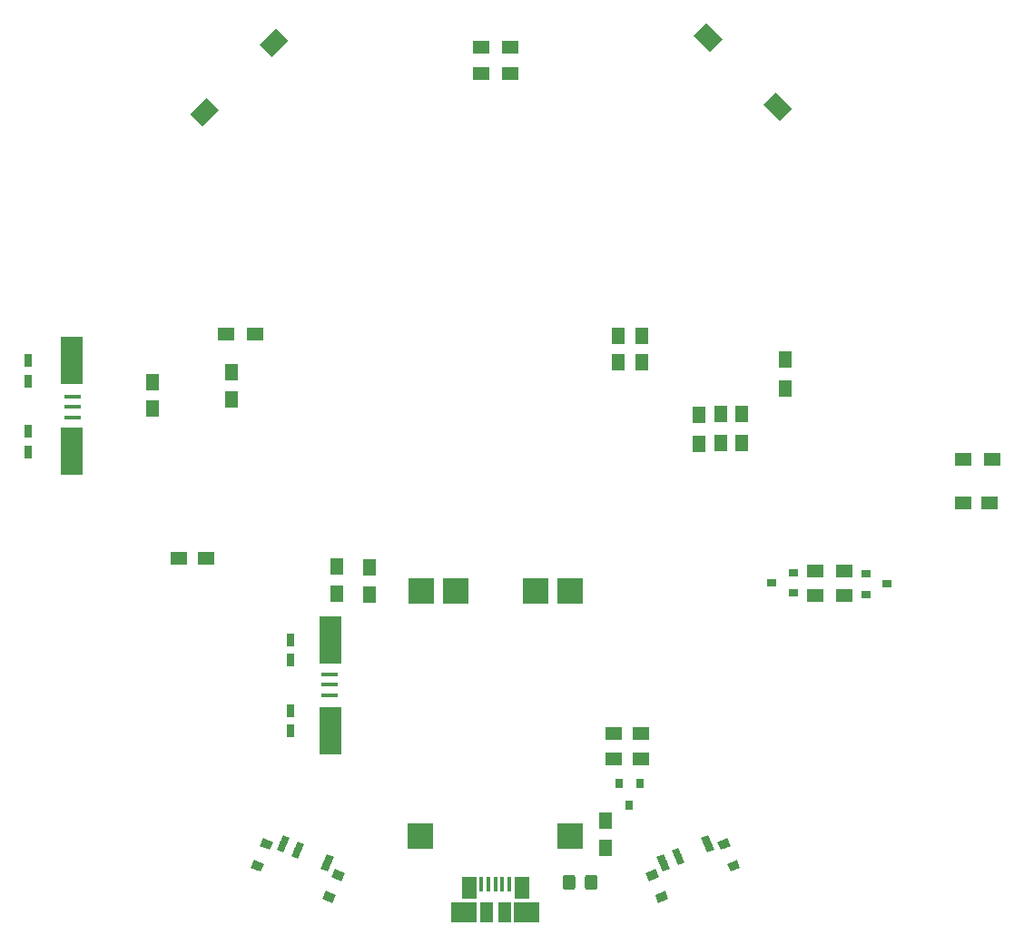
<source format=gbp>
G04 #@! TF.GenerationSoftware,KiCad,Pcbnew,(5.0.0)*
G04 #@! TF.CreationDate,2018-09-08T19:21:57+02:00*
G04 #@! TF.ProjectId,hal9k-badge,68616C396B2D62616467652E6B696361,rev?*
G04 #@! TF.SameCoordinates,PX5f5e100PY8f0d180*
G04 #@! TF.FileFunction,Paste,Bot*
G04 #@! TF.FilePolarity,Positive*
%FSLAX46Y46*%
G04 Gerber Fmt 4.6, Leading zero omitted, Abs format (unit mm)*
G04 Created by KiCad (PCBNEW (5.0.0)) date 09/08/18 19:21:57*
%MOMM*%
%LPD*%
G01*
G04 APERTURE LIST*
%ADD10C,0.800000*%
%ADD11C,0.100000*%
%ADD12C,0.700000*%
%ADD13R,1.250000X1.500000*%
%ADD14R,1.500000X1.250000*%
%ADD15R,0.750000X1.200000*%
%ADD16R,2.400000X2.400000*%
%ADD17R,1.300000X1.500000*%
%ADD18R,1.500000X1.300000*%
%ADD19C,1.600000*%
%ADD20R,0.800000X0.900000*%
%ADD21R,1.600000X0.300000*%
%ADD22C,1.150000*%
%ADD23R,0.450000X1.380000*%
%ADD24R,1.475000X2.100000*%
%ADD25R,2.375000X1.900000*%
%ADD26R,1.175000X1.900000*%
%ADD27R,2.000000X4.500000*%
%ADD28R,0.900000X0.800000*%
G04 APERTURE END LIST*
D10*
G04 #@! TO.C,S4*
X35358294Y5259873D03*
D11*
G36*
X35976324Y5427322D02*
X35657324Y4693674D01*
X34740264Y5092424D01*
X35059264Y5826072D01*
X35976324Y5427322D01*
X35976324Y5427322D01*
G37*
D10*
X28663755Y8170741D03*
D11*
G36*
X29281785Y8338190D02*
X28962785Y7604542D01*
X28045725Y8003292D01*
X28364725Y8736940D01*
X29281785Y8338190D01*
X29281785Y8338190D01*
G37*
D10*
X27782520Y6144038D03*
D11*
G36*
X28400550Y6311487D02*
X28081550Y5577839D01*
X27164490Y5976589D01*
X27483490Y6710237D01*
X28400550Y6311487D01*
X28400550Y6311487D01*
G37*
D10*
X34477058Y3233170D03*
D11*
G36*
X35095088Y3400619D02*
X34776088Y2666971D01*
X33859028Y3065721D01*
X34178028Y3799369D01*
X35095088Y3400619D01*
X35095088Y3400619D01*
G37*
D12*
X30206826Y8208581D03*
D11*
G36*
X30826859Y8756814D02*
X30228735Y7381224D01*
X29586793Y7660348D01*
X30184917Y9035938D01*
X30826859Y8756814D01*
X30826859Y8756814D01*
G37*
D12*
X31582416Y7610458D03*
D11*
G36*
X32202449Y8158691D02*
X31604325Y6783101D01*
X30962383Y7062225D01*
X31560507Y8437815D01*
X32202449Y8158691D01*
X32202449Y8158691D01*
G37*
D12*
X34333595Y6414211D03*
D11*
G36*
X34953628Y6962444D02*
X34355504Y5586854D01*
X33713562Y5865978D01*
X34311686Y7241568D01*
X34953628Y6962444D01*
X34953628Y6962444D01*
G37*
G04 #@! TD*
D13*
G04 #@! TO.C,C1*
X63700000Y55590000D03*
X63700000Y53090000D03*
G04 #@! TD*
G04 #@! TO.C,C2*
X61460000Y55590000D03*
X61460000Y53090000D03*
G04 #@! TD*
G04 #@! TO.C,C3*
X60300000Y7850000D03*
X60300000Y10350000D03*
G04 #@! TD*
D14*
G04 #@! TO.C,C4*
X61050000Y16100000D03*
X63550000Y16100000D03*
G04 #@! TD*
G04 #@! TO.C,C5*
X96090000Y39960000D03*
X93590000Y39960000D03*
G04 #@! TD*
D13*
G04 #@! TO.C,C6*
X35240000Y34020000D03*
X35240000Y31520000D03*
G04 #@! TD*
G04 #@! TO.C,C7*
X18000000Y51250000D03*
X18000000Y48750000D03*
G04 #@! TD*
G04 #@! TO.C,C8*
X38250000Y31440000D03*
X38250000Y33940000D03*
G04 #@! TD*
G04 #@! TO.C,C9*
X25400000Y49650000D03*
X25400000Y52150000D03*
G04 #@! TD*
D14*
G04 #@! TO.C,C10*
X23020000Y34820000D03*
X20520000Y34820000D03*
G04 #@! TD*
G04 #@! TO.C,C11*
X61050000Y18500000D03*
X63550000Y18500000D03*
G04 #@! TD*
D15*
G04 #@! TO.C,C37*
X30900000Y27200000D03*
X30900000Y25300000D03*
G04 #@! TD*
G04 #@! TO.C,C38*
X30900000Y20600000D03*
X30900000Y18700000D03*
G04 #@! TD*
G04 #@! TO.C,C39*
X6460000Y53270000D03*
X6460000Y51370000D03*
G04 #@! TD*
G04 #@! TO.C,C40*
X6450000Y46650000D03*
X6450000Y44750000D03*
G04 #@! TD*
D16*
G04 #@! TO.C,M1*
X56980000Y8950000D03*
X43010000Y8950000D03*
X43080000Y31750000D03*
X46280000Y31750000D03*
X53780000Y31750000D03*
X56980000Y31750000D03*
G04 #@! TD*
D17*
G04 #@! TO.C,R1*
X77000000Y50650000D03*
X77000000Y53350000D03*
G04 #@! TD*
G04 #@! TO.C,R2*
X72960000Y45570000D03*
X72960000Y48270000D03*
G04 #@! TD*
G04 #@! TO.C,R3*
X71000000Y48250000D03*
X71000000Y45550000D03*
G04 #@! TD*
G04 #@! TO.C,R4*
X69010000Y45490000D03*
X69010000Y48190000D03*
G04 #@! TD*
D18*
G04 #@! TO.C,R5*
X82530000Y31330000D03*
X79830000Y31330000D03*
G04 #@! TD*
G04 #@! TO.C,R6*
X82550000Y33660000D03*
X79850000Y33660000D03*
G04 #@! TD*
G04 #@! TO.C,R9*
X93620000Y44030000D03*
X96320000Y44030000D03*
G04 #@! TD*
G04 #@! TO.C,R10*
X27610000Y55760000D03*
X24910000Y55760000D03*
G04 #@! TD*
G04 #@! TO.C,R13*
X51350000Y82500000D03*
X48650000Y82500000D03*
G04 #@! TD*
G04 #@! TO.C,R14*
X48650000Y80000000D03*
X51350000Y80000000D03*
G04 #@! TD*
D19*
G04 #@! TO.C,S1*
X76335620Y76924380D03*
D11*
G36*
X74999188Y77129441D02*
X76130559Y78260812D01*
X77672052Y76719319D01*
X76540681Y75587948D01*
X74999188Y77129441D01*
X74999188Y77129441D01*
G37*
D19*
X69844380Y83415620D03*
D11*
G36*
X68507948Y83620681D02*
X69639319Y84752052D01*
X71180812Y83210559D01*
X70049441Y82079188D01*
X68507948Y83620681D01*
X68507948Y83620681D01*
G37*
G04 #@! TD*
D12*
G04 #@! TO.C,S2*
X69793174Y8208581D03*
D11*
G36*
X69815083Y9035938D02*
X70413207Y7660348D01*
X69771265Y7381224D01*
X69173141Y8756814D01*
X69815083Y9035938D01*
X69815083Y9035938D01*
G37*
D12*
X67041994Y7012334D03*
D11*
G36*
X67063903Y7839691D02*
X67662027Y6464101D01*
X67020085Y6184977D01*
X66421961Y7560567D01*
X67063903Y7839691D01*
X67063903Y7839691D01*
G37*
D12*
X65666405Y6414211D03*
D11*
G36*
X65688314Y7241568D02*
X66286438Y5865978D01*
X65644496Y5586854D01*
X65046372Y6962444D01*
X65688314Y7241568D01*
X65688314Y7241568D01*
G37*
D10*
X72217480Y6144038D03*
D11*
G36*
X72516510Y6710237D02*
X72835510Y5976589D01*
X71918450Y5577839D01*
X71599450Y6311487D01*
X72516510Y6710237D01*
X72516510Y6710237D01*
G37*
D10*
X65522942Y3233170D03*
D11*
G36*
X65821972Y3799369D02*
X66140972Y3065721D01*
X65223912Y2666971D01*
X64904912Y3400619D01*
X65821972Y3799369D01*
X65821972Y3799369D01*
G37*
D10*
X64641706Y5259873D03*
D11*
G36*
X64940736Y5826072D02*
X65259736Y5092424D01*
X64342676Y4693674D01*
X64023676Y5427322D01*
X64940736Y5826072D01*
X64940736Y5826072D01*
G37*
D10*
X71336245Y8170741D03*
D11*
G36*
X71635275Y8736940D02*
X71954275Y8003292D01*
X71037215Y7604542D01*
X70718215Y8338190D01*
X71635275Y8736940D01*
X71635275Y8736940D01*
G37*
G04 #@! TD*
D19*
G04 #@! TO.C,S3*
X29355620Y82905620D03*
D11*
G36*
X29560681Y84242052D02*
X30692052Y83110681D01*
X29150559Y81569188D01*
X28019188Y82700559D01*
X29560681Y84242052D01*
X29560681Y84242052D01*
G37*
D19*
X22864380Y76414380D03*
D11*
G36*
X23069441Y77750812D02*
X24200812Y76619441D01*
X22659319Y75077948D01*
X21527948Y76209319D01*
X23069441Y77750812D01*
X23069441Y77750812D01*
G37*
G04 #@! TD*
D20*
G04 #@! TO.C,U2*
X62500000Y11800000D03*
X63450000Y13800000D03*
X61550000Y13800000D03*
G04 #@! TD*
D21*
G04 #@! TO.C,Y1*
X34530000Y23960000D03*
X34530000Y23010000D03*
X34530000Y22060000D03*
G04 #@! TD*
G04 #@! TO.C,Y2*
X10550000Y49880000D03*
X10550000Y48930000D03*
X10550000Y47980000D03*
G04 #@! TD*
D11*
G04 #@! TO.C,D26*
G36*
X59274505Y5298796D02*
X59298773Y5295196D01*
X59322572Y5289235D01*
X59345671Y5280970D01*
X59367850Y5270480D01*
X59388893Y5257868D01*
X59408599Y5243253D01*
X59426777Y5226777D01*
X59443253Y5208599D01*
X59457868Y5188893D01*
X59470480Y5167850D01*
X59480970Y5145671D01*
X59489235Y5122572D01*
X59495196Y5098773D01*
X59498796Y5074505D01*
X59500000Y5050001D01*
X59500000Y4149999D01*
X59498796Y4125495D01*
X59495196Y4101227D01*
X59489235Y4077428D01*
X59480970Y4054329D01*
X59470480Y4032150D01*
X59457868Y4011107D01*
X59443253Y3991401D01*
X59426777Y3973223D01*
X59408599Y3956747D01*
X59388893Y3942132D01*
X59367850Y3929520D01*
X59345671Y3919030D01*
X59322572Y3910765D01*
X59298773Y3904804D01*
X59274505Y3901204D01*
X59250001Y3900000D01*
X58599999Y3900000D01*
X58575495Y3901204D01*
X58551227Y3904804D01*
X58527428Y3910765D01*
X58504329Y3919030D01*
X58482150Y3929520D01*
X58461107Y3942132D01*
X58441401Y3956747D01*
X58423223Y3973223D01*
X58406747Y3991401D01*
X58392132Y4011107D01*
X58379520Y4032150D01*
X58369030Y4054329D01*
X58360765Y4077428D01*
X58354804Y4101227D01*
X58351204Y4125495D01*
X58350000Y4149999D01*
X58350000Y5050001D01*
X58351204Y5074505D01*
X58354804Y5098773D01*
X58360765Y5122572D01*
X58369030Y5145671D01*
X58379520Y5167850D01*
X58392132Y5188893D01*
X58406747Y5208599D01*
X58423223Y5226777D01*
X58441401Y5243253D01*
X58461107Y5257868D01*
X58482150Y5270480D01*
X58504329Y5280970D01*
X58527428Y5289235D01*
X58551227Y5295196D01*
X58575495Y5298796D01*
X58599999Y5300000D01*
X59250001Y5300000D01*
X59274505Y5298796D01*
X59274505Y5298796D01*
G37*
D22*
X58925000Y4600000D03*
D11*
G36*
X57224505Y5298796D02*
X57248773Y5295196D01*
X57272572Y5289235D01*
X57295671Y5280970D01*
X57317850Y5270480D01*
X57338893Y5257868D01*
X57358599Y5243253D01*
X57376777Y5226777D01*
X57393253Y5208599D01*
X57407868Y5188893D01*
X57420480Y5167850D01*
X57430970Y5145671D01*
X57439235Y5122572D01*
X57445196Y5098773D01*
X57448796Y5074505D01*
X57450000Y5050001D01*
X57450000Y4149999D01*
X57448796Y4125495D01*
X57445196Y4101227D01*
X57439235Y4077428D01*
X57430970Y4054329D01*
X57420480Y4032150D01*
X57407868Y4011107D01*
X57393253Y3991401D01*
X57376777Y3973223D01*
X57358599Y3956747D01*
X57338893Y3942132D01*
X57317850Y3929520D01*
X57295671Y3919030D01*
X57272572Y3910765D01*
X57248773Y3904804D01*
X57224505Y3901204D01*
X57200001Y3900000D01*
X56549999Y3900000D01*
X56525495Y3901204D01*
X56501227Y3904804D01*
X56477428Y3910765D01*
X56454329Y3919030D01*
X56432150Y3929520D01*
X56411107Y3942132D01*
X56391401Y3956747D01*
X56373223Y3973223D01*
X56356747Y3991401D01*
X56342132Y4011107D01*
X56329520Y4032150D01*
X56319030Y4054329D01*
X56310765Y4077428D01*
X56304804Y4101227D01*
X56301204Y4125495D01*
X56300000Y4149999D01*
X56300000Y5050001D01*
X56301204Y5074505D01*
X56304804Y5098773D01*
X56310765Y5122572D01*
X56319030Y5145671D01*
X56329520Y5167850D01*
X56342132Y5188893D01*
X56356747Y5208599D01*
X56373223Y5226777D01*
X56391401Y5243253D01*
X56411107Y5257868D01*
X56432150Y5270480D01*
X56454329Y5280970D01*
X56477428Y5289235D01*
X56501227Y5295196D01*
X56525495Y5298796D01*
X56549999Y5300000D01*
X57200001Y5300000D01*
X57224505Y5298796D01*
X57224505Y5298796D01*
G37*
D22*
X56875000Y4600000D03*
G04 #@! TD*
D23*
G04 #@! TO.C,J5*
X51300000Y4460000D03*
X50650000Y4460000D03*
X50000000Y4460000D03*
X49350000Y4460000D03*
X48700000Y4460000D03*
D24*
X52462500Y4100000D03*
X47537500Y4100000D03*
D25*
X52910000Y1800000D03*
X47090000Y1800000D03*
D26*
X50840000Y1800000D03*
X49160000Y1800000D03*
G04 #@! TD*
D27*
G04 #@! TO.C,Y3*
X34580000Y27200000D03*
X34580000Y18700000D03*
G04 #@! TD*
G04 #@! TO.C,Y4*
X10500000Y53270000D03*
X10500000Y44770000D03*
G04 #@! TD*
D28*
G04 #@! TO.C,Q1*
X86560000Y32410000D03*
X84560000Y33360000D03*
X84560000Y31460000D03*
G04 #@! TD*
G04 #@! TO.C,Q2*
X77800000Y33470000D03*
X77800000Y31570000D03*
X75800000Y32520000D03*
G04 #@! TD*
M02*

</source>
